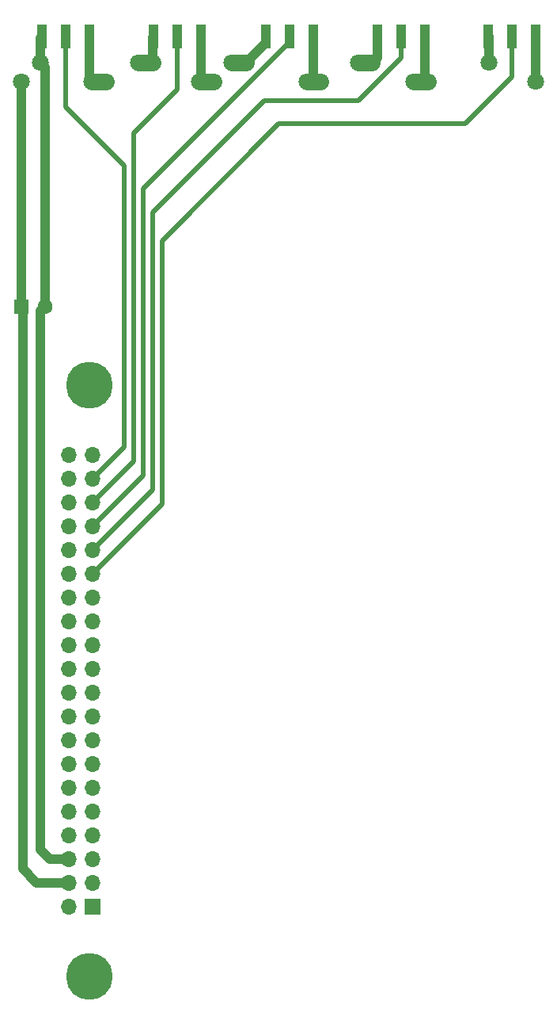
<source format=gbr>
%TF.GenerationSoftware,KiCad,Pcbnew,7.0.2*%
%TF.CreationDate,2023-05-19T03:37:00-07:00*%
%TF.ProjectId,pb_orangepi,70625f6f-7261-46e6-9765-70692e6b6963,rev?*%
%TF.SameCoordinates,PX90013c0PY280de80*%
%TF.FileFunction,Copper,L1,Top*%
%TF.FilePolarity,Positive*%
%FSLAX46Y46*%
G04 Gerber Fmt 4.6, Leading zero omitted, Abs format (unit mm)*
G04 Created by KiCad (PCBNEW 7.0.2) date 2023-05-19 03:37:00*
%MOMM*%
%LPD*%
G01*
G04 APERTURE LIST*
G04 Aperture macros list*
%AMRoundRect*
0 Rectangle with rounded corners*
0 $1 Rounding radius*
0 $2 $3 $4 $5 $6 $7 $8 $9 X,Y pos of 4 corners*
0 Add a 4 corners polygon primitive as box body*
4,1,4,$2,$3,$4,$5,$6,$7,$8,$9,$2,$3,0*
0 Add four circle primitives for the rounded corners*
1,1,$1+$1,$2,$3*
1,1,$1+$1,$4,$5*
1,1,$1+$1,$6,$7*
1,1,$1+$1,$8,$9*
0 Add four rect primitives between the rounded corners*
20,1,$1+$1,$2,$3,$4,$5,0*
20,1,$1+$1,$4,$5,$6,$7,0*
20,1,$1+$1,$6,$7,$8,$9,0*
20,1,$1+$1,$8,$9,$2,$3,0*%
G04 Aperture macros list end*
%TA.AperFunction,SMDPad,CuDef*%
%ADD10R,1.000000X2.510000*%
%TD*%
%TA.AperFunction,SMDPad,CuDef*%
%ADD11RoundRect,0.250000X-0.250000X-0.475000X0.250000X-0.475000X0.250000X0.475000X-0.250000X0.475000X0*%
%TD*%
%TA.AperFunction,ComponentPad*%
%ADD12C,1.600000*%
%TD*%
%TA.AperFunction,ComponentPad*%
%ADD13R,1.600000X1.600000*%
%TD*%
%TA.AperFunction,ComponentPad*%
%ADD14O,1.700000X1.700000*%
%TD*%
%TA.AperFunction,ComponentPad*%
%ADD15R,1.700000X1.700000*%
%TD*%
%TA.AperFunction,ViaPad*%
%ADD16C,1.800000*%
%TD*%
%TA.AperFunction,ViaPad*%
%ADD17C,5.000000*%
%TD*%
%TA.AperFunction,Conductor*%
%ADD18C,1.800000*%
%TD*%
%TA.AperFunction,Conductor*%
%ADD19C,1.000000*%
%TD*%
%TA.AperFunction,Conductor*%
%ADD20C,0.500000*%
%TD*%
G04 APERTURE END LIST*
D10*
%TO.P,J6,1,Pin_1*%
%TO.N,+5V*%
X61540000Y-4655000D03*
%TO.P,J6,2,Pin_2*%
%TO.N,Net-(J1-Pin_29)*%
X59000000Y-4655000D03*
%TO.P,J6,3,Pin_3*%
%TO.N,GND*%
X56460000Y-4655000D03*
%TD*%
%TO.P,J5,1,Pin_1*%
%TO.N,+5V*%
X49620000Y-4655000D03*
%TO.P,J5,2,Pin_2*%
%TO.N,Net-(J1-Pin_31)*%
X47080000Y-4655000D03*
%TO.P,J5,3,Pin_3*%
%TO.N,GND*%
X44540000Y-4655000D03*
%TD*%
%TO.P,J4,3,Pin_3*%
%TO.N,GND*%
X32620000Y-4655000D03*
%TO.P,J4,2,Pin_2*%
%TO.N,Net-(J1-Pin_33)*%
X35160000Y-4655000D03*
%TO.P,J4,1,Pin_1*%
%TO.N,+5V*%
X37700000Y-4655000D03*
%TD*%
%TO.P,J3,1,Pin_1*%
%TO.N,+5V*%
X25700000Y-4655000D03*
%TO.P,J3,2,Pin_2*%
%TO.N,Net-(J1-Pin_35)*%
X23160000Y-4655000D03*
%TO.P,J3,3,Pin_3*%
%TO.N,GND*%
X20620000Y-4655000D03*
%TD*%
%TO.P,J2,3,Pin_3*%
%TO.N,GND*%
X8660000Y-4655000D03*
%TO.P,J2,2,Pin_2*%
%TO.N,Net-(J1-Pin_37)*%
X11200000Y-4655000D03*
%TO.P,J2,1,Pin_1*%
%TO.N,+5V*%
X13740000Y-4655000D03*
%TD*%
D11*
%TO.P,C2,1*%
%TO.N,+5V*%
X6600000Y-40500000D03*
%TO.P,C2,2*%
%TO.N,GND*%
X8500000Y-40500000D03*
%TD*%
D12*
%TO.P,C1,2*%
%TO.N,GND*%
X9000000Y-33500000D03*
D13*
%TO.P,C1,1*%
%TO.N,+5V*%
X6500000Y-33500000D03*
%TD*%
D14*
%TO.P,J1,40,Pin_40*%
%TO.N,unconnected-(J1-Pin_40-Pad40)*%
X11580000Y-49340000D03*
%TO.P,J1,39,Pin_39*%
%TO.N,unconnected-(J1-Pin_39-Pad39)*%
X14120000Y-49340000D03*
%TO.P,J1,38,Pin_38*%
%TO.N,unconnected-(J1-Pin_38-Pad38)*%
X11580000Y-51880000D03*
%TO.P,J1,37,Pin_37*%
%TO.N,Net-(J1-Pin_37)*%
X14120000Y-51880000D03*
%TO.P,J1,36,Pin_36*%
%TO.N,unconnected-(J1-Pin_36-Pad36)*%
X11580000Y-54420000D03*
%TO.P,J1,35,Pin_35*%
%TO.N,Net-(J1-Pin_35)*%
X14120000Y-54420000D03*
%TO.P,J1,34,Pin_34*%
%TO.N,unconnected-(J1-Pin_34-Pad34)*%
X11580000Y-56960000D03*
%TO.P,J1,33,Pin_33*%
%TO.N,Net-(J1-Pin_33)*%
X14120000Y-56960000D03*
%TO.P,J1,32,Pin_32*%
%TO.N,unconnected-(J1-Pin_32-Pad32)*%
X11580000Y-59500000D03*
%TO.P,J1,31,Pin_31*%
%TO.N,Net-(J1-Pin_31)*%
X14120000Y-59500000D03*
%TO.P,J1,30,Pin_30*%
%TO.N,unconnected-(J1-Pin_30-Pad30)*%
X11580000Y-62040000D03*
%TO.P,J1,29,Pin_29*%
%TO.N,Net-(J1-Pin_29)*%
X14120000Y-62040000D03*
%TO.P,J1,28,Pin_28*%
%TO.N,unconnected-(J1-Pin_28-Pad28)*%
X11580000Y-64580000D03*
%TO.P,J1,27,Pin_27*%
%TO.N,unconnected-(J1-Pin_27-Pad27)*%
X14120000Y-64580000D03*
%TO.P,J1,26,Pin_26*%
%TO.N,unconnected-(J1-Pin_26-Pad26)*%
X11580000Y-67120000D03*
%TO.P,J1,25,Pin_25*%
%TO.N,unconnected-(J1-Pin_25-Pad25)*%
X14120000Y-67120000D03*
%TO.P,J1,24,Pin_24*%
%TO.N,unconnected-(J1-Pin_24-Pad24)*%
X11580000Y-69660000D03*
%TO.P,J1,23,Pin_23*%
%TO.N,unconnected-(J1-Pin_23-Pad23)*%
X14120000Y-69660000D03*
%TO.P,J1,22,Pin_22*%
%TO.N,unconnected-(J1-Pin_22-Pad22)*%
X11580000Y-72200000D03*
%TO.P,J1,21,Pin_21*%
%TO.N,unconnected-(J1-Pin_21-Pad21)*%
X14120000Y-72200000D03*
%TO.P,J1,20,Pin_20*%
%TO.N,unconnected-(J1-Pin_20-Pad20)*%
X11580000Y-74740000D03*
%TO.P,J1,19,Pin_19*%
%TO.N,unconnected-(J1-Pin_19-Pad19)*%
X14120000Y-74740000D03*
%TO.P,J1,18,Pin_18*%
%TO.N,unconnected-(J1-Pin_18-Pad18)*%
X11580000Y-77280000D03*
%TO.P,J1,17,Pin_17*%
%TO.N,unconnected-(J1-Pin_17-Pad17)*%
X14120000Y-77280000D03*
%TO.P,J1,16,Pin_16*%
%TO.N,unconnected-(J1-Pin_16-Pad16)*%
X11580000Y-79820000D03*
%TO.P,J1,15,Pin_15*%
%TO.N,unconnected-(J1-Pin_15-Pad15)*%
X14120000Y-79820000D03*
%TO.P,J1,14,Pin_14*%
%TO.N,unconnected-(J1-Pin_14-Pad14)*%
X11580000Y-82360000D03*
%TO.P,J1,13,Pin_13*%
%TO.N,unconnected-(J1-Pin_13-Pad13)*%
X14120000Y-82360000D03*
%TO.P,J1,12,Pin_12*%
%TO.N,unconnected-(J1-Pin_12-Pad12)*%
X11580000Y-84900000D03*
%TO.P,J1,11,Pin_11*%
%TO.N,unconnected-(J1-Pin_11-Pad11)*%
X14120000Y-84900000D03*
%TO.P,J1,10,Pin_10*%
%TO.N,unconnected-(J1-Pin_10-Pad10)*%
X11580000Y-87440000D03*
%TO.P,J1,9,Pin_9*%
%TO.N,unconnected-(J1-Pin_9-Pad9)*%
X14120000Y-87440000D03*
%TO.P,J1,8,Pin_8*%
%TO.N,unconnected-(J1-Pin_8-Pad8)*%
X11580000Y-89980000D03*
%TO.P,J1,7,Pin_7*%
%TO.N,unconnected-(J1-Pin_7-Pad7)*%
X14120000Y-89980000D03*
%TO.P,J1,6,Pin_6*%
%TO.N,GND*%
X11580000Y-92520000D03*
%TO.P,J1,5,Pin_5*%
%TO.N,unconnected-(J1-Pin_5-Pad5)*%
X14120000Y-92520000D03*
%TO.P,J1,4,Pin_4*%
%TO.N,+5V*%
X11580000Y-95060000D03*
%TO.P,J1,3,Pin_3*%
%TO.N,unconnected-(J1-Pin_3-Pad3)*%
X14120000Y-95060000D03*
%TO.P,J1,2,Pin_2*%
%TO.N,unconnected-(J1-Pin_2-Pad2)*%
X11580000Y-97600000D03*
D15*
%TO.P,J1,1,Pin_1*%
%TO.N,unconnected-(J1-Pin_1-Pad1)*%
X14120000Y-97600000D03*
%TD*%
D16*
%TO.N,+5V*%
X6500000Y-9500000D03*
X50000000Y-9500000D03*
X37000000Y-9500000D03*
X27000000Y-9500000D03*
X15500000Y-9500000D03*
X61500000Y-9500000D03*
X48500000Y-9500000D03*
X38500000Y-9500000D03*
X25500000Y-9500000D03*
X14000000Y-9500000D03*
%TO.N,GND*%
X56500000Y-7500000D03*
X42500000Y-7500000D03*
X44000000Y-7500000D03*
X30500000Y-7500000D03*
X29000000Y-7500000D03*
X19000000Y-7500000D03*
X20500000Y-7500000D03*
X20500000Y-7500000D03*
X8500000Y-7500000D03*
D17*
%TO.N,*%
X13760000Y-105056000D03*
X13760000Y-41940000D03*
%TD*%
D18*
%TO.N,+5V*%
X48500000Y-9500000D02*
X50000000Y-9500000D01*
%TO.N,GND*%
X42500000Y-7500000D02*
X44000000Y-7500000D01*
%TO.N,+5V*%
X37000000Y-9500000D02*
X38500000Y-9500000D01*
X14000000Y-9500000D02*
X15500000Y-9500000D01*
%TO.N,GND*%
X29000000Y-7500000D02*
X30500000Y-7500000D01*
%TO.N,+5V*%
X25500000Y-9500000D02*
X27000000Y-9500000D01*
%TO.N,GND*%
X19000000Y-7500000D02*
X20500000Y-7500000D01*
D19*
%TO.N,+5V*%
X61540000Y-4655000D02*
X61540000Y-9460000D01*
X61540000Y-9460000D02*
X61500000Y-9500000D01*
X49620000Y-4655000D02*
X49620000Y-9120000D01*
X49620000Y-9120000D02*
X50000000Y-9500000D01*
X37700000Y-4655000D02*
X37700000Y-8800000D01*
X37700000Y-8800000D02*
X37000000Y-9500000D01*
X25700000Y-4655000D02*
X25700000Y-9300000D01*
X25700000Y-9300000D02*
X25500000Y-9500000D01*
X13740000Y-4655000D02*
X13740000Y-9240000D01*
X13740000Y-9240000D02*
X14000000Y-9500000D01*
X6500000Y-33500000D02*
X6500000Y-9500000D01*
D20*
%TO.N,Net-(J1-Pin_31)*%
X14120000Y-59500000D02*
X20500000Y-53120000D01*
X20500000Y-53120000D02*
X20500000Y-23500000D01*
X42500000Y-11500000D02*
X47080000Y-6920000D01*
X20500000Y-23500000D02*
X32500000Y-11500000D01*
X32500000Y-11500000D02*
X42500000Y-11500000D01*
X47080000Y-6920000D02*
X47080000Y-4655000D01*
D19*
%TO.N,GND*%
X30500000Y-7500000D02*
X32620000Y-5380000D01*
X32620000Y-5380000D02*
X32620000Y-4655000D01*
X56500000Y-7500000D02*
X56500000Y-4695000D01*
X56500000Y-4695000D02*
X56460000Y-4655000D01*
X44000000Y-7500000D02*
X44540000Y-6960000D01*
X44540000Y-6960000D02*
X44540000Y-4655000D01*
X20500000Y-7500000D02*
X20500000Y-4775000D01*
X20500000Y-4775000D02*
X20620000Y-4655000D01*
X8500000Y-7500000D02*
X8500000Y-4815000D01*
X8500000Y-4815000D02*
X8660000Y-4655000D01*
X9000000Y-33500000D02*
X9000000Y-8000000D01*
X9000000Y-8000000D02*
X8500000Y-7500000D01*
%TO.N,+5V*%
X8060000Y-95060000D02*
X6600000Y-93600000D01*
X6600000Y-93600000D02*
X6600000Y-40500000D01*
%TO.N,GND*%
X8500000Y-40500000D02*
X8500000Y-34000000D01*
X8500000Y-34000000D02*
X9000000Y-33500000D01*
%TO.N,+5V*%
X6600000Y-40500000D02*
X6600000Y-33600000D01*
X6600000Y-33600000D02*
X6500000Y-33500000D01*
X11580000Y-95060000D02*
X8060000Y-95060000D01*
D20*
%TO.N,Net-(J1-Pin_35)*%
X14120000Y-54420000D02*
X18500000Y-50040000D01*
X18500000Y-50040000D02*
X18500000Y-15000000D01*
X18500000Y-15000000D02*
X23160000Y-10340000D01*
X23160000Y-10340000D02*
X23160000Y-4655000D01*
%TO.N,Net-(J1-Pin_37)*%
X14120000Y-51880000D02*
X17500000Y-48500000D01*
X17500000Y-48500000D02*
X17500000Y-18500000D01*
X11200000Y-12200000D02*
X11200000Y-4655000D01*
X17500000Y-18500000D02*
X11200000Y-12200000D01*
%TO.N,Net-(J1-Pin_33)*%
X14120000Y-56960000D02*
X19500000Y-51580000D01*
X35160000Y-5407500D02*
X35160000Y-4655000D01*
X19500000Y-51580000D02*
X19500000Y-20907500D01*
X19500000Y-20907500D02*
X35000000Y-5407500D01*
X35000000Y-5407500D02*
X35160000Y-5407500D01*
%TO.N,Net-(J1-Pin_29)*%
X14120000Y-62040000D02*
X21500000Y-54660000D01*
X54000000Y-14000000D02*
X59000000Y-9000000D01*
X21500000Y-54660000D02*
X21500000Y-26500000D01*
X21500000Y-26500000D02*
X34000000Y-14000000D01*
X34000000Y-14000000D02*
X54000000Y-14000000D01*
X59000000Y-9000000D02*
X59000000Y-4655000D01*
D19*
%TO.N,GND*%
X11580000Y-92520000D02*
X9520000Y-92520000D01*
X9520000Y-92520000D02*
X8500000Y-91500000D01*
X8500000Y-91500000D02*
X8500000Y-40500000D01*
%TD*%
M02*

</source>
